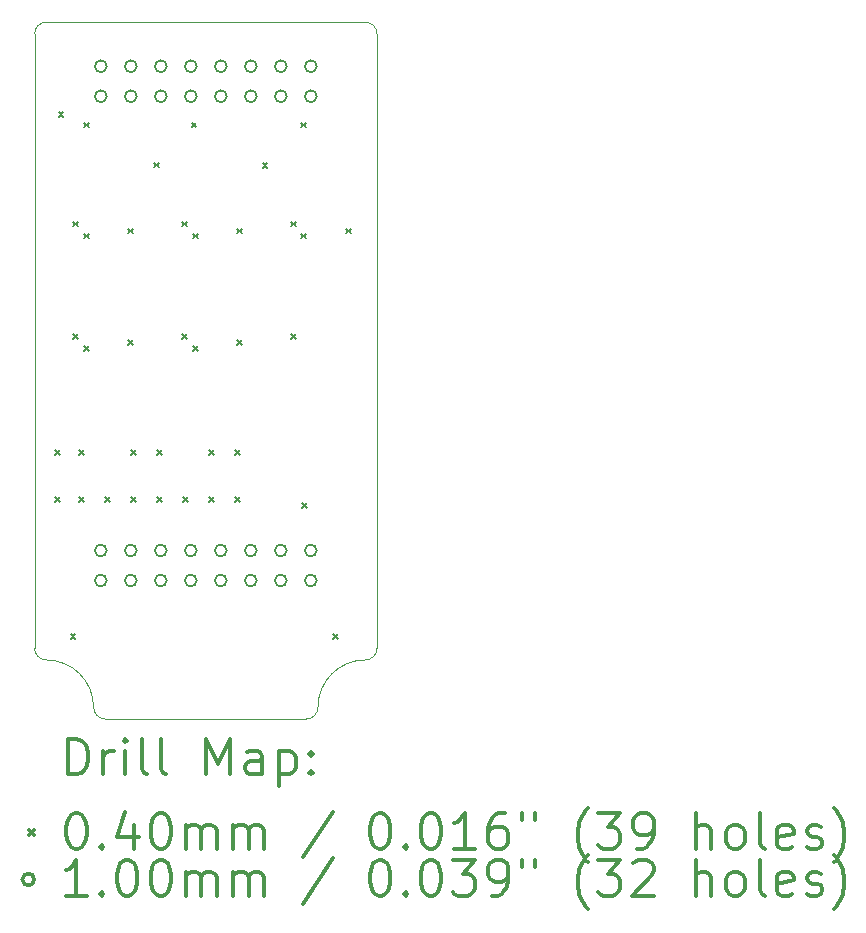
<source format=gbr>
%FSLAX45Y45*%
G04 Gerber Fmt 4.5, Leading zero omitted, Abs format (unit mm)*
G04 Created by KiCad (PCBNEW (5.1.9)-1) date 2021-08-13 19:59:23*
%MOMM*%
%LPD*%
G01*
G04 APERTURE LIST*
%TA.AperFunction,Profile*%
%ADD10C,0.050000*%
%TD*%
%ADD11C,0.200000*%
%ADD12C,0.300000*%
G04 APERTURE END LIST*
D10*
X4450000Y-7850000D02*
G75*
G02*
X4850000Y-7450000I400000J0D01*
G01*
X4950000Y-7350000D02*
G75*
G02*
X4850000Y-7450000I-100000J0D01*
G01*
X4450000Y-7850000D02*
G75*
G02*
X4350000Y-7950000I-100000J0D01*
G01*
X2150000Y-7450000D02*
G75*
G02*
X2550000Y-7850000I0J-400000D01*
G01*
X2650000Y-7950000D02*
G75*
G02*
X2550000Y-7850000I0J100000D01*
G01*
X2150000Y-7450000D02*
G75*
G02*
X2050000Y-7350000I0J100000D01*
G01*
X4850000Y-2050000D02*
G75*
G02*
X4950000Y-2150000I0J-100000D01*
G01*
X2050000Y-2150000D02*
G75*
G02*
X2150000Y-2050000I100000J0D01*
G01*
X2050000Y-7350000D02*
X2050000Y-2150000D01*
X4350000Y-7950000D02*
X2650000Y-7950000D01*
X4950000Y-2150000D02*
X4950000Y-7350000D01*
X2150000Y-2050000D02*
X4850000Y-2050000D01*
D11*
X2226000Y-5672400D02*
X2266000Y-5712400D01*
X2266000Y-5672400D02*
X2226000Y-5712400D01*
X2226000Y-6072400D02*
X2266000Y-6112400D01*
X2266000Y-6072400D02*
X2226000Y-6112400D01*
X2254900Y-2812900D02*
X2294900Y-2852900D01*
X2294900Y-2812900D02*
X2254900Y-2852900D01*
X2356500Y-7232500D02*
X2396500Y-7272500D01*
X2396500Y-7232500D02*
X2356500Y-7272500D01*
X2380000Y-3740000D02*
X2420000Y-3780000D01*
X2420000Y-3740000D02*
X2380000Y-3780000D01*
X2380000Y-4690000D02*
X2420000Y-4730000D01*
X2420000Y-4690000D02*
X2380000Y-4730000D01*
X2425600Y-5672400D02*
X2465600Y-5712400D01*
X2465600Y-5672400D02*
X2425600Y-5712400D01*
X2425600Y-6072400D02*
X2465600Y-6112400D01*
X2465600Y-6072400D02*
X2425600Y-6112400D01*
X2470000Y-2900000D02*
X2510000Y-2940000D01*
X2510000Y-2900000D02*
X2470000Y-2940000D01*
X2470000Y-3840000D02*
X2510000Y-3880000D01*
X2510000Y-3840000D02*
X2470000Y-3880000D01*
X2470000Y-4790000D02*
X2510000Y-4830000D01*
X2510000Y-4790000D02*
X2470000Y-4830000D01*
X2645600Y-6072400D02*
X2685600Y-6112400D01*
X2685600Y-6072400D02*
X2645600Y-6112400D01*
X2845450Y-3797150D02*
X2885450Y-3837150D01*
X2885450Y-3797150D02*
X2845450Y-3837150D01*
X2845450Y-4743300D02*
X2885450Y-4783300D01*
X2885450Y-4743300D02*
X2845450Y-4783300D01*
X2865600Y-5672400D02*
X2905600Y-5712400D01*
X2905600Y-5672400D02*
X2865600Y-5712400D01*
X2865600Y-6072400D02*
X2905600Y-6112400D01*
X2905600Y-6072400D02*
X2865600Y-6112400D01*
X3061350Y-3238350D02*
X3101350Y-3278350D01*
X3101350Y-3238350D02*
X3061350Y-3278350D01*
X3085600Y-5672400D02*
X3125600Y-5712400D01*
X3125600Y-5672400D02*
X3085600Y-5712400D01*
X3085600Y-6072400D02*
X3125600Y-6112400D01*
X3125600Y-6072400D02*
X3085600Y-6112400D01*
X3300000Y-3740000D02*
X3340000Y-3780000D01*
X3340000Y-3740000D02*
X3300000Y-3780000D01*
X3300000Y-4690000D02*
X3340000Y-4730000D01*
X3340000Y-4690000D02*
X3300000Y-4730000D01*
X3305600Y-6072400D02*
X3345600Y-6112400D01*
X3345600Y-6072400D02*
X3305600Y-6112400D01*
X3380000Y-2900000D02*
X3420000Y-2940000D01*
X3420000Y-2900000D02*
X3380000Y-2940000D01*
X3390000Y-3840000D02*
X3430000Y-3880000D01*
X3430000Y-3840000D02*
X3390000Y-3880000D01*
X3390000Y-4790000D02*
X3430000Y-4830000D01*
X3430000Y-4790000D02*
X3390000Y-4830000D01*
X3525600Y-5672400D02*
X3565600Y-5712400D01*
X3565600Y-5672400D02*
X3525600Y-5712400D01*
X3525600Y-6072400D02*
X3565600Y-6112400D01*
X3565600Y-6072400D02*
X3525600Y-6112400D01*
X3745600Y-5672400D02*
X3785600Y-5712400D01*
X3785600Y-5672400D02*
X3745600Y-5712400D01*
X3745600Y-6072400D02*
X3785600Y-6112400D01*
X3785600Y-6072400D02*
X3745600Y-6112400D01*
X3766200Y-3797150D02*
X3806200Y-3837150D01*
X3806200Y-3797150D02*
X3766200Y-3837150D01*
X3766200Y-4743300D02*
X3806200Y-4783300D01*
X3806200Y-4743300D02*
X3766200Y-4783300D01*
X3982100Y-3244700D02*
X4022100Y-3284700D01*
X4022100Y-3244700D02*
X3982100Y-3284700D01*
X4220000Y-3740000D02*
X4260000Y-3780000D01*
X4260000Y-3740000D02*
X4220000Y-3780000D01*
X4220000Y-4690000D02*
X4260000Y-4730000D01*
X4260000Y-4690000D02*
X4220000Y-4730000D01*
X4310000Y-2900000D02*
X4350000Y-2940000D01*
X4350000Y-2900000D02*
X4310000Y-2940000D01*
X4310000Y-3840000D02*
X4350000Y-3880000D01*
X4350000Y-3840000D02*
X4310000Y-3880000D01*
X4315600Y-6122400D02*
X4355600Y-6162400D01*
X4355600Y-6122400D02*
X4315600Y-6162400D01*
X4579000Y-7232500D02*
X4619000Y-7272500D01*
X4619000Y-7232500D02*
X4579000Y-7272500D01*
X4686950Y-3797150D02*
X4726950Y-3837150D01*
X4726950Y-3797150D02*
X4686950Y-3837150D01*
X2661000Y-2423000D02*
G75*
G03*
X2661000Y-2423000I-50000J0D01*
G01*
X2661000Y-2677000D02*
G75*
G03*
X2661000Y-2677000I-50000J0D01*
G01*
X2661000Y-6523000D02*
G75*
G03*
X2661000Y-6523000I-50000J0D01*
G01*
X2661000Y-6777000D02*
G75*
G03*
X2661000Y-6777000I-50000J0D01*
G01*
X2915000Y-2423000D02*
G75*
G03*
X2915000Y-2423000I-50000J0D01*
G01*
X2915000Y-2677000D02*
G75*
G03*
X2915000Y-2677000I-50000J0D01*
G01*
X2915000Y-6523000D02*
G75*
G03*
X2915000Y-6523000I-50000J0D01*
G01*
X2915000Y-6777000D02*
G75*
G03*
X2915000Y-6777000I-50000J0D01*
G01*
X3169000Y-2423000D02*
G75*
G03*
X3169000Y-2423000I-50000J0D01*
G01*
X3169000Y-2677000D02*
G75*
G03*
X3169000Y-2677000I-50000J0D01*
G01*
X3169000Y-6523000D02*
G75*
G03*
X3169000Y-6523000I-50000J0D01*
G01*
X3169000Y-6777000D02*
G75*
G03*
X3169000Y-6777000I-50000J0D01*
G01*
X3423000Y-2423000D02*
G75*
G03*
X3423000Y-2423000I-50000J0D01*
G01*
X3423000Y-2677000D02*
G75*
G03*
X3423000Y-2677000I-50000J0D01*
G01*
X3423000Y-6523000D02*
G75*
G03*
X3423000Y-6523000I-50000J0D01*
G01*
X3423000Y-6777000D02*
G75*
G03*
X3423000Y-6777000I-50000J0D01*
G01*
X3677000Y-2423000D02*
G75*
G03*
X3677000Y-2423000I-50000J0D01*
G01*
X3677000Y-2677000D02*
G75*
G03*
X3677000Y-2677000I-50000J0D01*
G01*
X3677000Y-6523000D02*
G75*
G03*
X3677000Y-6523000I-50000J0D01*
G01*
X3677000Y-6777000D02*
G75*
G03*
X3677000Y-6777000I-50000J0D01*
G01*
X3931000Y-2423000D02*
G75*
G03*
X3931000Y-2423000I-50000J0D01*
G01*
X3931000Y-2677000D02*
G75*
G03*
X3931000Y-2677000I-50000J0D01*
G01*
X3931000Y-6523000D02*
G75*
G03*
X3931000Y-6523000I-50000J0D01*
G01*
X3931000Y-6777000D02*
G75*
G03*
X3931000Y-6777000I-50000J0D01*
G01*
X4185000Y-2423000D02*
G75*
G03*
X4185000Y-2423000I-50000J0D01*
G01*
X4185000Y-2677000D02*
G75*
G03*
X4185000Y-2677000I-50000J0D01*
G01*
X4185000Y-6523000D02*
G75*
G03*
X4185000Y-6523000I-50000J0D01*
G01*
X4185000Y-6777000D02*
G75*
G03*
X4185000Y-6777000I-50000J0D01*
G01*
X4439000Y-2423000D02*
G75*
G03*
X4439000Y-2423000I-50000J0D01*
G01*
X4439000Y-2677000D02*
G75*
G03*
X4439000Y-2677000I-50000J0D01*
G01*
X4439000Y-6523000D02*
G75*
G03*
X4439000Y-6523000I-50000J0D01*
G01*
X4439000Y-6777000D02*
G75*
G03*
X4439000Y-6777000I-50000J0D01*
G01*
D12*
X2333928Y-8418214D02*
X2333928Y-8118214D01*
X2405357Y-8118214D01*
X2448214Y-8132500D01*
X2476786Y-8161071D01*
X2491071Y-8189643D01*
X2505357Y-8246786D01*
X2505357Y-8289643D01*
X2491071Y-8346786D01*
X2476786Y-8375357D01*
X2448214Y-8403929D01*
X2405357Y-8418214D01*
X2333928Y-8418214D01*
X2633928Y-8418214D02*
X2633928Y-8218214D01*
X2633928Y-8275357D02*
X2648214Y-8246786D01*
X2662500Y-8232500D01*
X2691071Y-8218214D01*
X2719643Y-8218214D01*
X2819643Y-8418214D02*
X2819643Y-8218214D01*
X2819643Y-8118214D02*
X2805357Y-8132500D01*
X2819643Y-8146786D01*
X2833928Y-8132500D01*
X2819643Y-8118214D01*
X2819643Y-8146786D01*
X3005357Y-8418214D02*
X2976786Y-8403929D01*
X2962500Y-8375357D01*
X2962500Y-8118214D01*
X3162500Y-8418214D02*
X3133928Y-8403929D01*
X3119643Y-8375357D01*
X3119643Y-8118214D01*
X3505357Y-8418214D02*
X3505357Y-8118214D01*
X3605357Y-8332500D01*
X3705357Y-8118214D01*
X3705357Y-8418214D01*
X3976786Y-8418214D02*
X3976786Y-8261071D01*
X3962500Y-8232500D01*
X3933928Y-8218214D01*
X3876786Y-8218214D01*
X3848214Y-8232500D01*
X3976786Y-8403929D02*
X3948214Y-8418214D01*
X3876786Y-8418214D01*
X3848214Y-8403929D01*
X3833928Y-8375357D01*
X3833928Y-8346786D01*
X3848214Y-8318214D01*
X3876786Y-8303929D01*
X3948214Y-8303929D01*
X3976786Y-8289643D01*
X4119643Y-8218214D02*
X4119643Y-8518214D01*
X4119643Y-8232500D02*
X4148214Y-8218214D01*
X4205357Y-8218214D01*
X4233928Y-8232500D01*
X4248214Y-8246786D01*
X4262500Y-8275357D01*
X4262500Y-8361071D01*
X4248214Y-8389643D01*
X4233928Y-8403929D01*
X4205357Y-8418214D01*
X4148214Y-8418214D01*
X4119643Y-8403929D01*
X4391071Y-8389643D02*
X4405357Y-8403929D01*
X4391071Y-8418214D01*
X4376786Y-8403929D01*
X4391071Y-8389643D01*
X4391071Y-8418214D01*
X4391071Y-8232500D02*
X4405357Y-8246786D01*
X4391071Y-8261071D01*
X4376786Y-8246786D01*
X4391071Y-8232500D01*
X4391071Y-8261071D01*
X2007500Y-8892500D02*
X2047500Y-8932500D01*
X2047500Y-8892500D02*
X2007500Y-8932500D01*
X2391071Y-8748214D02*
X2419643Y-8748214D01*
X2448214Y-8762500D01*
X2462500Y-8776786D01*
X2476786Y-8805357D01*
X2491071Y-8862500D01*
X2491071Y-8933929D01*
X2476786Y-8991072D01*
X2462500Y-9019643D01*
X2448214Y-9033929D01*
X2419643Y-9048214D01*
X2391071Y-9048214D01*
X2362500Y-9033929D01*
X2348214Y-9019643D01*
X2333928Y-8991072D01*
X2319643Y-8933929D01*
X2319643Y-8862500D01*
X2333928Y-8805357D01*
X2348214Y-8776786D01*
X2362500Y-8762500D01*
X2391071Y-8748214D01*
X2619643Y-9019643D02*
X2633928Y-9033929D01*
X2619643Y-9048214D01*
X2605357Y-9033929D01*
X2619643Y-9019643D01*
X2619643Y-9048214D01*
X2891071Y-8848214D02*
X2891071Y-9048214D01*
X2819643Y-8733929D02*
X2748214Y-8948214D01*
X2933928Y-8948214D01*
X3105357Y-8748214D02*
X3133928Y-8748214D01*
X3162500Y-8762500D01*
X3176786Y-8776786D01*
X3191071Y-8805357D01*
X3205357Y-8862500D01*
X3205357Y-8933929D01*
X3191071Y-8991072D01*
X3176786Y-9019643D01*
X3162500Y-9033929D01*
X3133928Y-9048214D01*
X3105357Y-9048214D01*
X3076786Y-9033929D01*
X3062500Y-9019643D01*
X3048214Y-8991072D01*
X3033928Y-8933929D01*
X3033928Y-8862500D01*
X3048214Y-8805357D01*
X3062500Y-8776786D01*
X3076786Y-8762500D01*
X3105357Y-8748214D01*
X3333928Y-9048214D02*
X3333928Y-8848214D01*
X3333928Y-8876786D02*
X3348214Y-8862500D01*
X3376786Y-8848214D01*
X3419643Y-8848214D01*
X3448214Y-8862500D01*
X3462500Y-8891072D01*
X3462500Y-9048214D01*
X3462500Y-8891072D02*
X3476786Y-8862500D01*
X3505357Y-8848214D01*
X3548214Y-8848214D01*
X3576786Y-8862500D01*
X3591071Y-8891072D01*
X3591071Y-9048214D01*
X3733928Y-9048214D02*
X3733928Y-8848214D01*
X3733928Y-8876786D02*
X3748214Y-8862500D01*
X3776786Y-8848214D01*
X3819643Y-8848214D01*
X3848214Y-8862500D01*
X3862500Y-8891072D01*
X3862500Y-9048214D01*
X3862500Y-8891072D02*
X3876786Y-8862500D01*
X3905357Y-8848214D01*
X3948214Y-8848214D01*
X3976786Y-8862500D01*
X3991071Y-8891072D01*
X3991071Y-9048214D01*
X4576786Y-8733929D02*
X4319643Y-9119643D01*
X4962500Y-8748214D02*
X4991071Y-8748214D01*
X5019643Y-8762500D01*
X5033928Y-8776786D01*
X5048214Y-8805357D01*
X5062500Y-8862500D01*
X5062500Y-8933929D01*
X5048214Y-8991072D01*
X5033928Y-9019643D01*
X5019643Y-9033929D01*
X4991071Y-9048214D01*
X4962500Y-9048214D01*
X4933928Y-9033929D01*
X4919643Y-9019643D01*
X4905357Y-8991072D01*
X4891071Y-8933929D01*
X4891071Y-8862500D01*
X4905357Y-8805357D01*
X4919643Y-8776786D01*
X4933928Y-8762500D01*
X4962500Y-8748214D01*
X5191071Y-9019643D02*
X5205357Y-9033929D01*
X5191071Y-9048214D01*
X5176786Y-9033929D01*
X5191071Y-9019643D01*
X5191071Y-9048214D01*
X5391071Y-8748214D02*
X5419643Y-8748214D01*
X5448214Y-8762500D01*
X5462500Y-8776786D01*
X5476786Y-8805357D01*
X5491071Y-8862500D01*
X5491071Y-8933929D01*
X5476786Y-8991072D01*
X5462500Y-9019643D01*
X5448214Y-9033929D01*
X5419643Y-9048214D01*
X5391071Y-9048214D01*
X5362500Y-9033929D01*
X5348214Y-9019643D01*
X5333928Y-8991072D01*
X5319643Y-8933929D01*
X5319643Y-8862500D01*
X5333928Y-8805357D01*
X5348214Y-8776786D01*
X5362500Y-8762500D01*
X5391071Y-8748214D01*
X5776786Y-9048214D02*
X5605357Y-9048214D01*
X5691071Y-9048214D02*
X5691071Y-8748214D01*
X5662500Y-8791072D01*
X5633928Y-8819643D01*
X5605357Y-8833929D01*
X6033928Y-8748214D02*
X5976786Y-8748214D01*
X5948214Y-8762500D01*
X5933928Y-8776786D01*
X5905357Y-8819643D01*
X5891071Y-8876786D01*
X5891071Y-8991072D01*
X5905357Y-9019643D01*
X5919643Y-9033929D01*
X5948214Y-9048214D01*
X6005357Y-9048214D01*
X6033928Y-9033929D01*
X6048214Y-9019643D01*
X6062500Y-8991072D01*
X6062500Y-8919643D01*
X6048214Y-8891072D01*
X6033928Y-8876786D01*
X6005357Y-8862500D01*
X5948214Y-8862500D01*
X5919643Y-8876786D01*
X5905357Y-8891072D01*
X5891071Y-8919643D01*
X6176786Y-8748214D02*
X6176786Y-8805357D01*
X6291071Y-8748214D02*
X6291071Y-8805357D01*
X6733928Y-9162500D02*
X6719643Y-9148214D01*
X6691071Y-9105357D01*
X6676786Y-9076786D01*
X6662500Y-9033929D01*
X6648214Y-8962500D01*
X6648214Y-8905357D01*
X6662500Y-8833929D01*
X6676786Y-8791072D01*
X6691071Y-8762500D01*
X6719643Y-8719643D01*
X6733928Y-8705357D01*
X6819643Y-8748214D02*
X7005357Y-8748214D01*
X6905357Y-8862500D01*
X6948214Y-8862500D01*
X6976786Y-8876786D01*
X6991071Y-8891072D01*
X7005357Y-8919643D01*
X7005357Y-8991072D01*
X6991071Y-9019643D01*
X6976786Y-9033929D01*
X6948214Y-9048214D01*
X6862500Y-9048214D01*
X6833928Y-9033929D01*
X6819643Y-9019643D01*
X7148214Y-9048214D02*
X7205357Y-9048214D01*
X7233928Y-9033929D01*
X7248214Y-9019643D01*
X7276786Y-8976786D01*
X7291071Y-8919643D01*
X7291071Y-8805357D01*
X7276786Y-8776786D01*
X7262500Y-8762500D01*
X7233928Y-8748214D01*
X7176786Y-8748214D01*
X7148214Y-8762500D01*
X7133928Y-8776786D01*
X7119643Y-8805357D01*
X7119643Y-8876786D01*
X7133928Y-8905357D01*
X7148214Y-8919643D01*
X7176786Y-8933929D01*
X7233928Y-8933929D01*
X7262500Y-8919643D01*
X7276786Y-8905357D01*
X7291071Y-8876786D01*
X7648214Y-9048214D02*
X7648214Y-8748214D01*
X7776786Y-9048214D02*
X7776786Y-8891072D01*
X7762500Y-8862500D01*
X7733928Y-8848214D01*
X7691071Y-8848214D01*
X7662500Y-8862500D01*
X7648214Y-8876786D01*
X7962500Y-9048214D02*
X7933928Y-9033929D01*
X7919643Y-9019643D01*
X7905357Y-8991072D01*
X7905357Y-8905357D01*
X7919643Y-8876786D01*
X7933928Y-8862500D01*
X7962500Y-8848214D01*
X8005357Y-8848214D01*
X8033928Y-8862500D01*
X8048214Y-8876786D01*
X8062500Y-8905357D01*
X8062500Y-8991072D01*
X8048214Y-9019643D01*
X8033928Y-9033929D01*
X8005357Y-9048214D01*
X7962500Y-9048214D01*
X8233928Y-9048214D02*
X8205357Y-9033929D01*
X8191071Y-9005357D01*
X8191071Y-8748214D01*
X8462500Y-9033929D02*
X8433928Y-9048214D01*
X8376786Y-9048214D01*
X8348214Y-9033929D01*
X8333928Y-9005357D01*
X8333928Y-8891072D01*
X8348214Y-8862500D01*
X8376786Y-8848214D01*
X8433928Y-8848214D01*
X8462500Y-8862500D01*
X8476786Y-8891072D01*
X8476786Y-8919643D01*
X8333928Y-8948214D01*
X8591071Y-9033929D02*
X8619643Y-9048214D01*
X8676786Y-9048214D01*
X8705357Y-9033929D01*
X8719643Y-9005357D01*
X8719643Y-8991072D01*
X8705357Y-8962500D01*
X8676786Y-8948214D01*
X8633928Y-8948214D01*
X8605357Y-8933929D01*
X8591071Y-8905357D01*
X8591071Y-8891072D01*
X8605357Y-8862500D01*
X8633928Y-8848214D01*
X8676786Y-8848214D01*
X8705357Y-8862500D01*
X8819643Y-9162500D02*
X8833928Y-9148214D01*
X8862500Y-9105357D01*
X8876786Y-9076786D01*
X8891071Y-9033929D01*
X8905357Y-8962500D01*
X8905357Y-8905357D01*
X8891071Y-8833929D01*
X8876786Y-8791072D01*
X8862500Y-8762500D01*
X8833928Y-8719643D01*
X8819643Y-8705357D01*
X2047500Y-9308500D02*
G75*
G03*
X2047500Y-9308500I-50000J0D01*
G01*
X2491071Y-9444214D02*
X2319643Y-9444214D01*
X2405357Y-9444214D02*
X2405357Y-9144214D01*
X2376786Y-9187072D01*
X2348214Y-9215643D01*
X2319643Y-9229929D01*
X2619643Y-9415643D02*
X2633928Y-9429929D01*
X2619643Y-9444214D01*
X2605357Y-9429929D01*
X2619643Y-9415643D01*
X2619643Y-9444214D01*
X2819643Y-9144214D02*
X2848214Y-9144214D01*
X2876786Y-9158500D01*
X2891071Y-9172786D01*
X2905357Y-9201357D01*
X2919643Y-9258500D01*
X2919643Y-9329929D01*
X2905357Y-9387072D01*
X2891071Y-9415643D01*
X2876786Y-9429929D01*
X2848214Y-9444214D01*
X2819643Y-9444214D01*
X2791071Y-9429929D01*
X2776786Y-9415643D01*
X2762500Y-9387072D01*
X2748214Y-9329929D01*
X2748214Y-9258500D01*
X2762500Y-9201357D01*
X2776786Y-9172786D01*
X2791071Y-9158500D01*
X2819643Y-9144214D01*
X3105357Y-9144214D02*
X3133928Y-9144214D01*
X3162500Y-9158500D01*
X3176786Y-9172786D01*
X3191071Y-9201357D01*
X3205357Y-9258500D01*
X3205357Y-9329929D01*
X3191071Y-9387072D01*
X3176786Y-9415643D01*
X3162500Y-9429929D01*
X3133928Y-9444214D01*
X3105357Y-9444214D01*
X3076786Y-9429929D01*
X3062500Y-9415643D01*
X3048214Y-9387072D01*
X3033928Y-9329929D01*
X3033928Y-9258500D01*
X3048214Y-9201357D01*
X3062500Y-9172786D01*
X3076786Y-9158500D01*
X3105357Y-9144214D01*
X3333928Y-9444214D02*
X3333928Y-9244214D01*
X3333928Y-9272786D02*
X3348214Y-9258500D01*
X3376786Y-9244214D01*
X3419643Y-9244214D01*
X3448214Y-9258500D01*
X3462500Y-9287072D01*
X3462500Y-9444214D01*
X3462500Y-9287072D02*
X3476786Y-9258500D01*
X3505357Y-9244214D01*
X3548214Y-9244214D01*
X3576786Y-9258500D01*
X3591071Y-9287072D01*
X3591071Y-9444214D01*
X3733928Y-9444214D02*
X3733928Y-9244214D01*
X3733928Y-9272786D02*
X3748214Y-9258500D01*
X3776786Y-9244214D01*
X3819643Y-9244214D01*
X3848214Y-9258500D01*
X3862500Y-9287072D01*
X3862500Y-9444214D01*
X3862500Y-9287072D02*
X3876786Y-9258500D01*
X3905357Y-9244214D01*
X3948214Y-9244214D01*
X3976786Y-9258500D01*
X3991071Y-9287072D01*
X3991071Y-9444214D01*
X4576786Y-9129929D02*
X4319643Y-9515643D01*
X4962500Y-9144214D02*
X4991071Y-9144214D01*
X5019643Y-9158500D01*
X5033928Y-9172786D01*
X5048214Y-9201357D01*
X5062500Y-9258500D01*
X5062500Y-9329929D01*
X5048214Y-9387072D01*
X5033928Y-9415643D01*
X5019643Y-9429929D01*
X4991071Y-9444214D01*
X4962500Y-9444214D01*
X4933928Y-9429929D01*
X4919643Y-9415643D01*
X4905357Y-9387072D01*
X4891071Y-9329929D01*
X4891071Y-9258500D01*
X4905357Y-9201357D01*
X4919643Y-9172786D01*
X4933928Y-9158500D01*
X4962500Y-9144214D01*
X5191071Y-9415643D02*
X5205357Y-9429929D01*
X5191071Y-9444214D01*
X5176786Y-9429929D01*
X5191071Y-9415643D01*
X5191071Y-9444214D01*
X5391071Y-9144214D02*
X5419643Y-9144214D01*
X5448214Y-9158500D01*
X5462500Y-9172786D01*
X5476786Y-9201357D01*
X5491071Y-9258500D01*
X5491071Y-9329929D01*
X5476786Y-9387072D01*
X5462500Y-9415643D01*
X5448214Y-9429929D01*
X5419643Y-9444214D01*
X5391071Y-9444214D01*
X5362500Y-9429929D01*
X5348214Y-9415643D01*
X5333928Y-9387072D01*
X5319643Y-9329929D01*
X5319643Y-9258500D01*
X5333928Y-9201357D01*
X5348214Y-9172786D01*
X5362500Y-9158500D01*
X5391071Y-9144214D01*
X5591071Y-9144214D02*
X5776786Y-9144214D01*
X5676786Y-9258500D01*
X5719643Y-9258500D01*
X5748214Y-9272786D01*
X5762500Y-9287072D01*
X5776786Y-9315643D01*
X5776786Y-9387072D01*
X5762500Y-9415643D01*
X5748214Y-9429929D01*
X5719643Y-9444214D01*
X5633928Y-9444214D01*
X5605357Y-9429929D01*
X5591071Y-9415643D01*
X5919643Y-9444214D02*
X5976786Y-9444214D01*
X6005357Y-9429929D01*
X6019643Y-9415643D01*
X6048214Y-9372786D01*
X6062500Y-9315643D01*
X6062500Y-9201357D01*
X6048214Y-9172786D01*
X6033928Y-9158500D01*
X6005357Y-9144214D01*
X5948214Y-9144214D01*
X5919643Y-9158500D01*
X5905357Y-9172786D01*
X5891071Y-9201357D01*
X5891071Y-9272786D01*
X5905357Y-9301357D01*
X5919643Y-9315643D01*
X5948214Y-9329929D01*
X6005357Y-9329929D01*
X6033928Y-9315643D01*
X6048214Y-9301357D01*
X6062500Y-9272786D01*
X6176786Y-9144214D02*
X6176786Y-9201357D01*
X6291071Y-9144214D02*
X6291071Y-9201357D01*
X6733928Y-9558500D02*
X6719643Y-9544214D01*
X6691071Y-9501357D01*
X6676786Y-9472786D01*
X6662500Y-9429929D01*
X6648214Y-9358500D01*
X6648214Y-9301357D01*
X6662500Y-9229929D01*
X6676786Y-9187072D01*
X6691071Y-9158500D01*
X6719643Y-9115643D01*
X6733928Y-9101357D01*
X6819643Y-9144214D02*
X7005357Y-9144214D01*
X6905357Y-9258500D01*
X6948214Y-9258500D01*
X6976786Y-9272786D01*
X6991071Y-9287072D01*
X7005357Y-9315643D01*
X7005357Y-9387072D01*
X6991071Y-9415643D01*
X6976786Y-9429929D01*
X6948214Y-9444214D01*
X6862500Y-9444214D01*
X6833928Y-9429929D01*
X6819643Y-9415643D01*
X7119643Y-9172786D02*
X7133928Y-9158500D01*
X7162500Y-9144214D01*
X7233928Y-9144214D01*
X7262500Y-9158500D01*
X7276786Y-9172786D01*
X7291071Y-9201357D01*
X7291071Y-9229929D01*
X7276786Y-9272786D01*
X7105357Y-9444214D01*
X7291071Y-9444214D01*
X7648214Y-9444214D02*
X7648214Y-9144214D01*
X7776786Y-9444214D02*
X7776786Y-9287072D01*
X7762500Y-9258500D01*
X7733928Y-9244214D01*
X7691071Y-9244214D01*
X7662500Y-9258500D01*
X7648214Y-9272786D01*
X7962500Y-9444214D02*
X7933928Y-9429929D01*
X7919643Y-9415643D01*
X7905357Y-9387072D01*
X7905357Y-9301357D01*
X7919643Y-9272786D01*
X7933928Y-9258500D01*
X7962500Y-9244214D01*
X8005357Y-9244214D01*
X8033928Y-9258500D01*
X8048214Y-9272786D01*
X8062500Y-9301357D01*
X8062500Y-9387072D01*
X8048214Y-9415643D01*
X8033928Y-9429929D01*
X8005357Y-9444214D01*
X7962500Y-9444214D01*
X8233928Y-9444214D02*
X8205357Y-9429929D01*
X8191071Y-9401357D01*
X8191071Y-9144214D01*
X8462500Y-9429929D02*
X8433928Y-9444214D01*
X8376786Y-9444214D01*
X8348214Y-9429929D01*
X8333928Y-9401357D01*
X8333928Y-9287072D01*
X8348214Y-9258500D01*
X8376786Y-9244214D01*
X8433928Y-9244214D01*
X8462500Y-9258500D01*
X8476786Y-9287072D01*
X8476786Y-9315643D01*
X8333928Y-9344214D01*
X8591071Y-9429929D02*
X8619643Y-9444214D01*
X8676786Y-9444214D01*
X8705357Y-9429929D01*
X8719643Y-9401357D01*
X8719643Y-9387072D01*
X8705357Y-9358500D01*
X8676786Y-9344214D01*
X8633928Y-9344214D01*
X8605357Y-9329929D01*
X8591071Y-9301357D01*
X8591071Y-9287072D01*
X8605357Y-9258500D01*
X8633928Y-9244214D01*
X8676786Y-9244214D01*
X8705357Y-9258500D01*
X8819643Y-9558500D02*
X8833928Y-9544214D01*
X8862500Y-9501357D01*
X8876786Y-9472786D01*
X8891071Y-9429929D01*
X8905357Y-9358500D01*
X8905357Y-9301357D01*
X8891071Y-9229929D01*
X8876786Y-9187072D01*
X8862500Y-9158500D01*
X8833928Y-9115643D01*
X8819643Y-9101357D01*
M02*

</source>
